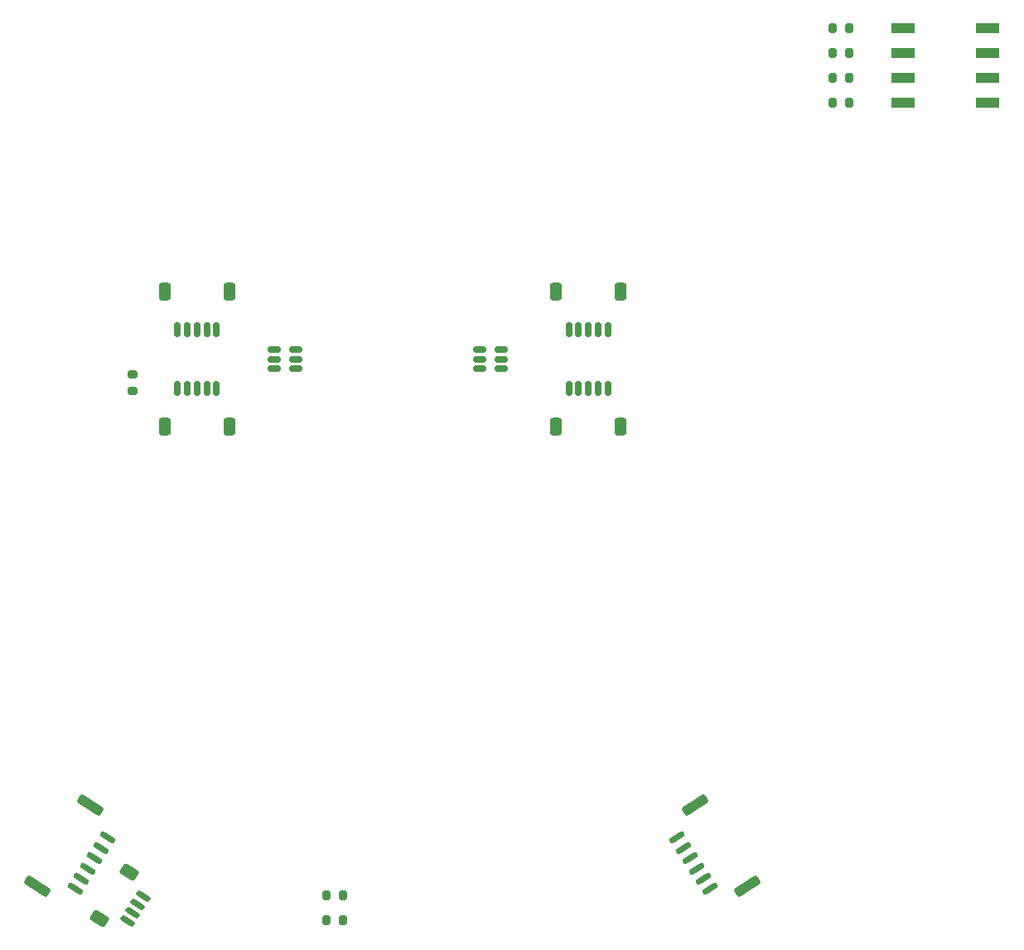
<source format=gtp>
%TF.GenerationSoftware,KiCad,Pcbnew,7.0.9*%
%TF.CreationDate,2023-12-19T12:29:38+08:00*%
%TF.ProjectId,layer3,6c617965-7233-42e6-9b69-6361645f7063,rev?*%
%TF.SameCoordinates,Original*%
%TF.FileFunction,Paste,Top*%
%TF.FilePolarity,Positive*%
%FSLAX46Y46*%
G04 Gerber Fmt 4.6, Leading zero omitted, Abs format (unit mm)*
G04 Created by KiCad (PCBNEW 7.0.9) date 2023-12-19 12:29:38*
%MOMM*%
%LPD*%
G01*
G04 APERTURE LIST*
G04 Aperture macros list*
%AMRoundRect*
0 Rectangle with rounded corners*
0 $1 Rounding radius*
0 $2 $3 $4 $5 $6 $7 $8 $9 X,Y pos of 4 corners*
0 Add a 4 corners polygon primitive as box body*
4,1,4,$2,$3,$4,$5,$6,$7,$8,$9,$2,$3,0*
0 Add four circle primitives for the rounded corners*
1,1,$1+$1,$2,$3*
1,1,$1+$1,$4,$5*
1,1,$1+$1,$6,$7*
1,1,$1+$1,$8,$9*
0 Add four rect primitives between the rounded corners*
20,1,$1+$1,$2,$3,$4,$5,0*
20,1,$1+$1,$4,$5,$6,$7,0*
20,1,$1+$1,$6,$7,$8,$9,0*
20,1,$1+$1,$8,$9,$2,$3,0*%
G04 Aperture macros list end*
%ADD10RoundRect,0.200000X-0.200000X-0.275000X0.200000X-0.275000X0.200000X0.275000X-0.200000X0.275000X0*%
%ADD11RoundRect,0.150000X-0.512500X-0.150000X0.512500X-0.150000X0.512500X0.150000X-0.512500X0.150000X0*%
%ADD12RoundRect,0.200000X0.200000X0.275000X-0.200000X0.275000X-0.200000X-0.275000X0.200000X-0.275000X0*%
%ADD13RoundRect,0.150000X0.444908X-0.463877X0.606980X-0.211424X-0.444908X0.463877X-0.606980X0.211424X0*%
%ADD14RoundRect,0.250000X0.357898X-0.645685X0.736066X-0.056627X-0.357898X0.645685X-0.736066X0.056627X0*%
%ADD15RoundRect,0.150000X0.150000X0.625000X-0.150000X0.625000X-0.150000X-0.625000X0.150000X-0.625000X0*%
%ADD16RoundRect,0.250000X0.350000X0.650000X-0.350000X0.650000X-0.350000X-0.650000X0.350000X-0.650000X0*%
%ADD17RoundRect,0.150000X-0.670094X-0.251942X-0.508021X-0.504395X0.670094X0.251942X0.508021X0.504395X0*%
%ADD18RoundRect,0.250000X-1.102797X-0.410899X-0.832677X-0.831654X1.102797X0.410899X0.832677X0.831654X0*%
%ADD19RoundRect,0.150000X-0.150000X-0.625000X0.150000X-0.625000X0.150000X0.625000X-0.150000X0.625000X0*%
%ADD20RoundRect,0.250000X-0.350000X-0.650000X0.350000X-0.650000X0.350000X0.650000X-0.350000X0.650000X0*%
%ADD21RoundRect,0.150000X0.508021X-0.504395X0.670094X-0.251942X-0.508021X0.504395X-0.670094X0.251942X0*%
%ADD22RoundRect,0.250000X0.832677X-0.831654X1.102797X-0.410899X-0.832677X0.831654X-1.102797X0.410899X0*%
%ADD23RoundRect,0.200000X0.275000X-0.200000X0.275000X0.200000X-0.275000X0.200000X-0.275000X-0.200000X0*%
%ADD24R,2.440000X1.120000*%
G04 APERTURE END LIST*
D10*
%TO.C,R3*%
X150000000Y-73730000D03*
X151650000Y-73730000D03*
%TD*%
D11*
%TO.C,U5*%
X92862500Y-104050000D03*
X92862500Y-105000000D03*
X92862500Y-105950000D03*
X95137500Y-105950000D03*
X95137500Y-105000000D03*
X95137500Y-104050000D03*
%TD*%
D12*
%TO.C,R6*%
X99900000Y-162330000D03*
X98250000Y-162330000D03*
%TD*%
D10*
%TO.C,R4*%
X150000000Y-71190000D03*
X151650000Y-71190000D03*
%TD*%
D13*
%TO.C,J8*%
X77890239Y-162468743D03*
X78430480Y-161627232D03*
X78970720Y-160785721D03*
X79510960Y-159944210D03*
D14*
X75063112Y-162198600D03*
X78088458Y-157486139D03*
%TD*%
D15*
%TO.C,J1*%
X87000000Y-102000000D03*
X86000000Y-102000000D03*
X85000000Y-102000000D03*
X84000000Y-102000000D03*
X83000000Y-102000000D03*
D16*
X88300000Y-98125000D03*
X81700000Y-98125000D03*
%TD*%
D17*
%TO.C,J7*%
X134085205Y-153914405D03*
X134760505Y-154966294D03*
X135435806Y-156018182D03*
X136111106Y-157070071D03*
X136786407Y-158121959D03*
X137461707Y-159173848D03*
D18*
X135904822Y-150547805D03*
X141280213Y-158920838D03*
%TD*%
D19*
%TO.C,J3*%
X83000000Y-108000000D03*
X84000000Y-108000000D03*
X85000000Y-108000000D03*
X86000000Y-108000000D03*
X87000000Y-108000000D03*
D20*
X81700000Y-111875000D03*
X88300000Y-111875000D03*
%TD*%
D12*
%TO.C,R7*%
X99900000Y-159790000D03*
X98250000Y-159790000D03*
%TD*%
D10*
%TO.C,R2*%
X150000000Y-76270000D03*
X151650000Y-76270000D03*
%TD*%
D21*
%TO.C,J6*%
X72538293Y-159173848D03*
X73213593Y-158121959D03*
X73888894Y-157070071D03*
X74564194Y-156018182D03*
X75239495Y-154966294D03*
X75914795Y-153914405D03*
D22*
X68719787Y-158920838D03*
X74095178Y-150547805D03*
%TD*%
D11*
%TO.C,U6*%
X113862500Y-104050000D03*
X113862500Y-105000000D03*
X113862500Y-105950000D03*
X116137500Y-105950000D03*
X116137500Y-105000000D03*
X116137500Y-104050000D03*
%TD*%
D23*
%TO.C,R5*%
X78400000Y-108250000D03*
X78400000Y-106600000D03*
%TD*%
D10*
%TO.C,R1*%
X150000000Y-78810000D03*
X151650000Y-78810000D03*
%TD*%
D24*
%TO.C,SW2*%
X165805000Y-78810000D03*
X165805000Y-76270000D03*
X165805000Y-73730000D03*
X165805000Y-71190000D03*
X157195000Y-71190000D03*
X157195000Y-73730000D03*
X157195000Y-76270000D03*
X157195000Y-78810000D03*
%TD*%
D19*
%TO.C,J4*%
X123000000Y-108000000D03*
X124000000Y-108000000D03*
X125000000Y-108000000D03*
X126000000Y-108000000D03*
X127000000Y-108000000D03*
D20*
X121700000Y-111875000D03*
X128300000Y-111875000D03*
%TD*%
D15*
%TO.C,J2*%
X127000000Y-102000000D03*
X126000000Y-102000000D03*
X125000000Y-102000000D03*
X124000000Y-102000000D03*
X123000000Y-102000000D03*
D16*
X128300000Y-98125000D03*
X121700000Y-98125000D03*
%TD*%
M02*

</source>
